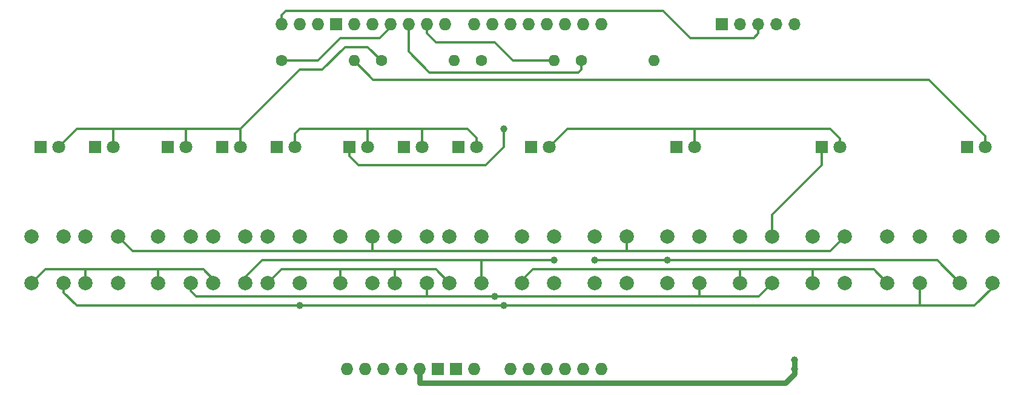
<source format=gbr>
G04 #@! TF.GenerationSoftware,KiCad,Pcbnew,8.0.0*
G04 #@! TF.CreationDate,2025-06-12T16:20:57-04:00*
G04 #@! TF.ProjectId,Kenbak_UNO_03,4b656e62-616b-45f5-954e-4f5f30332e6b,rev?*
G04 #@! TF.SameCoordinates,Original*
G04 #@! TF.FileFunction,Copper,L2,Bot*
G04 #@! TF.FilePolarity,Positive*
%FSLAX46Y46*%
G04 Gerber Fmt 4.6, Leading zero omitted, Abs format (unit mm)*
G04 Created by KiCad (PCBNEW 8.0.0) date 2025-06-12 16:20:57*
%MOMM*%
%LPD*%
G01*
G04 APERTURE LIST*
G04 #@! TA.AperFunction,ComponentPad*
%ADD10C,2.000000*%
G04 #@! TD*
G04 #@! TA.AperFunction,ComponentPad*
%ADD11R,1.800000X1.800000*%
G04 #@! TD*
G04 #@! TA.AperFunction,ComponentPad*
%ADD12C,1.800000*%
G04 #@! TD*
G04 #@! TA.AperFunction,ComponentPad*
%ADD13C,1.600000*%
G04 #@! TD*
G04 #@! TA.AperFunction,ComponentPad*
%ADD14O,1.600000X1.600000*%
G04 #@! TD*
G04 #@! TA.AperFunction,ComponentPad*
%ADD15O,1.727200X1.727200*%
G04 #@! TD*
G04 #@! TA.AperFunction,ComponentPad*
%ADD16R,1.727200X1.727200*%
G04 #@! TD*
G04 #@! TA.AperFunction,ComponentPad*
%ADD17R,1.700000X1.700000*%
G04 #@! TD*
G04 #@! TA.AperFunction,ComponentPad*
%ADD18O,1.700000X1.700000*%
G04 #@! TD*
G04 #@! TA.AperFunction,ViaPad*
%ADD19C,1.000000*%
G04 #@! TD*
G04 #@! TA.AperFunction,Conductor*
%ADD20C,0.380000*%
G04 #@! TD*
G04 #@! TA.AperFunction,Conductor*
%ADD21C,0.762000*%
G04 #@! TD*
G04 APERTURE END LIST*
D10*
X216118000Y-76634200D03*
X216118000Y-83134200D03*
X211618000Y-76634200D03*
X211618000Y-83134200D03*
X147248000Y-76634200D03*
X147248000Y-83134200D03*
X142748000Y-76634200D03*
X142748000Y-83134200D03*
D11*
X144013000Y-64084200D03*
D12*
X146553000Y-64084200D03*
D10*
X154868000Y-76634200D03*
X154868000Y-83134200D03*
X150368000Y-76634200D03*
X150368000Y-83134200D03*
D11*
X126233000Y-64084200D03*
D12*
X128773000Y-64084200D03*
D13*
X140843000Y-52019200D03*
D14*
X151003000Y-52019200D03*
D15*
X136017000Y-95199200D03*
X143637000Y-95199200D03*
X146177000Y-95199200D03*
X158877000Y-95199200D03*
X161417000Y-95199200D03*
X163957000Y-95199200D03*
X166497000Y-95199200D03*
X169037000Y-95199200D03*
X171577000Y-95199200D03*
X131953000Y-46939200D03*
X171577000Y-46939200D03*
X169037000Y-46939200D03*
X166497000Y-46939200D03*
X163957000Y-46939200D03*
X161417000Y-46939200D03*
X158877000Y-46939200D03*
X156337000Y-46939200D03*
X153797000Y-46939200D03*
X149733000Y-46939200D03*
X147193000Y-46939200D03*
X144653000Y-46939200D03*
X142113000Y-46939200D03*
X139573000Y-46939200D03*
X137033000Y-46939200D03*
D16*
X134493000Y-46939200D03*
X148717000Y-95199200D03*
X151257000Y-95199200D03*
D15*
X138557000Y-95199200D03*
X141097000Y-95199200D03*
X126873000Y-46939200D03*
X129413000Y-46939200D03*
X153797000Y-95199200D03*
D10*
X160528000Y-83134200D03*
X160528000Y-76634200D03*
X165028000Y-83134200D03*
X165028000Y-76634200D03*
D11*
X202433000Y-64084200D03*
D12*
X204973000Y-64084200D03*
D10*
X205668000Y-76634200D03*
X205668000Y-83134200D03*
X201168000Y-76634200D03*
X201168000Y-83134200D03*
X129468000Y-76634200D03*
X129468000Y-83134200D03*
X124968000Y-76634200D03*
X124968000Y-83134200D03*
D13*
X168783000Y-52019200D03*
D14*
X178943000Y-52019200D03*
D11*
X222753000Y-64084200D03*
D12*
X225293000Y-64084200D03*
D11*
X93213000Y-64084200D03*
D12*
X95753000Y-64084200D03*
D10*
X121848000Y-76634200D03*
X121848000Y-83134200D03*
X117348000Y-76634200D03*
X117348000Y-83134200D03*
X226278000Y-76634200D03*
X226278000Y-83134200D03*
X221778000Y-76634200D03*
X221778000Y-83134200D03*
X114173000Y-76634200D03*
X114173000Y-83134200D03*
X109673000Y-76634200D03*
X109673000Y-83134200D03*
X104013000Y-76634200D03*
X104013000Y-83134200D03*
X99513000Y-76634200D03*
X99513000Y-83134200D03*
X139628000Y-76634200D03*
X139628000Y-83134200D03*
X135128000Y-76634200D03*
X135128000Y-83134200D03*
D11*
X182118000Y-64084200D03*
D12*
X184658000Y-64084200D03*
D11*
X136398000Y-64084200D03*
D12*
X138938000Y-64084200D03*
D11*
X118613000Y-64084200D03*
D12*
X121153000Y-64084200D03*
D11*
X100833000Y-64084200D03*
D12*
X103373000Y-64084200D03*
D13*
X126873000Y-52019200D03*
D14*
X137033000Y-52019200D03*
D10*
X185348000Y-76634200D03*
X185348000Y-83134200D03*
X180848000Y-76634200D03*
X180848000Y-83134200D03*
X96448000Y-76634200D03*
X96448000Y-83134200D03*
X91948000Y-76634200D03*
X91948000Y-83134200D03*
D11*
X151633000Y-64084200D03*
D12*
X154173000Y-64084200D03*
D10*
X195508000Y-76634200D03*
X195508000Y-83134200D03*
X191008000Y-76634200D03*
X191008000Y-83134200D03*
X170688000Y-83134200D03*
X170688000Y-76634200D03*
X175188000Y-83134200D03*
X175188000Y-76634200D03*
D11*
X161793000Y-64084200D03*
D12*
X164333000Y-64084200D03*
D17*
X188468000Y-46939200D03*
D18*
X191008000Y-46939200D03*
X193548000Y-46939200D03*
X196088000Y-46939200D03*
X198628000Y-46939200D03*
D13*
X154813000Y-52019200D03*
D14*
X164973000Y-52019200D03*
D11*
X110998000Y-64084200D03*
D12*
X113538000Y-64084200D03*
D19*
X198628000Y-93929200D03*
X198628000Y-95199200D03*
X129413000Y-86309200D03*
X157988000Y-86309200D03*
X157988000Y-61544200D03*
X156718000Y-85039200D03*
X170688000Y-79959200D03*
X180848000Y-79959200D03*
X164973000Y-79959200D03*
D20*
X127508000Y-45034200D02*
X126873000Y-45669200D01*
X193548000Y-48209200D02*
X192913000Y-48844200D01*
X180213000Y-45034200D02*
X127508000Y-45034200D01*
X193548000Y-46939200D02*
X193548000Y-48209200D01*
X184023000Y-48844200D02*
X180213000Y-45034200D01*
X192913000Y-48844200D02*
X184023000Y-48844200D01*
X126873000Y-45669200D02*
X126873000Y-46939200D01*
D21*
X198628000Y-95199200D02*
X198628000Y-93929200D01*
X197358000Y-97104200D02*
X198628000Y-95834200D01*
X146177000Y-95199200D02*
X146177000Y-97104200D01*
X198628000Y-95834200D02*
X198628000Y-95199200D01*
X146177000Y-97104200D02*
X197358000Y-97104200D01*
D20*
X138938000Y-50114200D02*
X135763000Y-50114200D01*
X103378000Y-61544200D02*
X113538000Y-61544200D01*
X121153000Y-61549200D02*
X121158000Y-61544200D01*
X98293000Y-61544200D02*
X103378000Y-61544200D01*
X103373000Y-64084200D02*
X103373000Y-61549200D01*
X121158000Y-61544200D02*
X126873000Y-55829200D01*
X129413000Y-53289200D02*
X126873000Y-55829200D01*
X135763000Y-50114200D02*
X132588000Y-53289200D01*
X113538000Y-64084200D02*
X113538000Y-61544200D01*
X132588000Y-53289200D02*
X129413000Y-53289200D01*
X95753000Y-64084200D02*
X98293000Y-61544200D01*
X103373000Y-61549200D02*
X103378000Y-61544200D01*
X113538000Y-61544200D02*
X121158000Y-61544200D01*
X121153000Y-64084200D02*
X121153000Y-61549200D01*
X140843000Y-52019200D02*
X138938000Y-50114200D01*
X96448000Y-83134200D02*
X96448000Y-84459200D01*
X226278000Y-83805200D02*
X223774000Y-86309200D01*
X98298000Y-86309200D02*
X157988000Y-86309200D01*
X157988000Y-86309200D02*
X223647000Y-86309200D01*
X223774000Y-86309200D02*
X223647000Y-86309200D01*
X96448000Y-84459200D02*
X98298000Y-86309200D01*
X226278000Y-83134200D02*
X226278000Y-83805200D01*
X93213000Y-64084200D02*
X93213000Y-63451700D01*
X216118000Y-83134200D02*
X216118000Y-86273200D01*
X106045000Y-78666200D02*
X106045000Y-78689200D01*
X136398000Y-64084200D02*
X136398000Y-65354200D01*
X139628000Y-76634200D02*
X139628000Y-78634200D01*
X106045000Y-78689200D02*
X175133000Y-78689200D01*
X104013000Y-76634200D02*
X106045000Y-78666200D01*
X139628000Y-78634200D02*
X139573000Y-78689200D01*
X175188000Y-76634200D02*
X175188000Y-78634200D01*
X137668000Y-66624200D02*
X155448000Y-66624200D01*
X175133000Y-78689200D02*
X203613000Y-78689200D01*
X175188000Y-78634200D02*
X175133000Y-78689200D01*
X157988000Y-64084200D02*
X157988000Y-61544200D01*
X203613000Y-78689200D02*
X205668000Y-76634200D01*
X155448000Y-66624200D02*
X157988000Y-64084200D01*
X136398000Y-65354200D02*
X137668000Y-66624200D01*
X147193000Y-85039200D02*
X156718000Y-85039200D01*
X110998000Y-64084200D02*
X110998000Y-63449200D01*
X195508000Y-76634200D02*
X195508000Y-73554200D01*
X185348000Y-83134200D02*
X185348000Y-84984200D01*
X202438000Y-66624200D02*
X202438000Y-65989200D01*
X156718000Y-85039200D02*
X164973000Y-85039200D01*
X195508000Y-73554200D02*
X202438000Y-66624200D01*
X202438000Y-65989200D02*
X202433000Y-65984200D01*
X164973000Y-85039200D02*
X185293000Y-85039200D01*
X193603000Y-85039200D02*
X193294000Y-85039200D01*
X110998000Y-64719200D02*
X110998000Y-64084200D01*
X147248000Y-83134200D02*
X147248000Y-84984200D01*
X114173000Y-83134200D02*
X114173000Y-84277200D01*
X147248000Y-84984200D02*
X147193000Y-85039200D01*
X114173000Y-84277200D02*
X114935000Y-85039200D01*
X185348000Y-84984200D02*
X185293000Y-85039200D01*
X195508000Y-83134200D02*
X193603000Y-85039200D01*
X202433000Y-65984200D02*
X202433000Y-64084200D01*
X193294000Y-85039200D02*
X185293000Y-85039200D01*
X114935000Y-85039200D02*
X147193000Y-85039200D01*
X138938000Y-61544200D02*
X146558000Y-61544200D01*
X129413000Y-61544200D02*
X138938000Y-61544200D01*
X138938000Y-64084200D02*
X138938000Y-61544200D01*
X146553000Y-61549200D02*
X146558000Y-61544200D01*
X154178000Y-62814200D02*
X152908000Y-61544200D01*
X146553000Y-64084200D02*
X146553000Y-61549200D01*
X154173000Y-62819200D02*
X154178000Y-62814200D01*
X128773000Y-62184200D02*
X129413000Y-61544200D01*
X128773000Y-64084200D02*
X128773000Y-62184200D01*
X146558000Y-61544200D02*
X152908000Y-61544200D01*
X154173000Y-64084200D02*
X154173000Y-62819200D01*
X203581000Y-61544200D02*
X203454000Y-61544200D01*
X184658000Y-64084200D02*
X184658000Y-61544200D01*
X184658000Y-61544200D02*
X203454000Y-61544200D01*
X164333000Y-64084200D02*
X166873000Y-61544200D01*
X204973000Y-64084200D02*
X204973000Y-62936200D01*
X204973000Y-62936200D02*
X203581000Y-61544200D01*
X166873000Y-61544200D02*
X167005000Y-61544200D01*
X167005000Y-61544200D02*
X184658000Y-61544200D01*
X137033000Y-52019200D02*
X139700000Y-54686200D01*
X217424000Y-54686200D02*
X225293000Y-62555200D01*
X139700000Y-54686200D02*
X217424000Y-54686200D01*
X225293000Y-62555200D02*
X225293000Y-64084200D01*
X126873000Y-52019200D02*
X131953000Y-52019200D01*
X135128000Y-48844200D02*
X140589000Y-48844200D01*
X142113000Y-47320200D02*
X142113000Y-46939200D01*
X140589000Y-48844200D02*
X142113000Y-47320200D01*
X131953000Y-52019200D02*
X135128000Y-48844200D01*
X156718000Y-49479200D02*
X148463000Y-49479200D01*
X159258000Y-52019200D02*
X156718000Y-49479200D01*
X164973000Y-52019200D02*
X159258000Y-52019200D01*
X147193000Y-48209200D02*
X147193000Y-46939200D01*
X148463000Y-49479200D02*
X147193000Y-48209200D01*
X168783000Y-53289200D02*
X168783000Y-52019200D01*
X144653000Y-46939200D02*
X144653000Y-50749200D01*
X147574000Y-53670200D02*
X168402000Y-53670200D01*
X144653000Y-50749200D02*
X147574000Y-53670200D01*
X168402000Y-53670200D02*
X168783000Y-53289200D01*
X99513000Y-83134200D02*
X99513000Y-81284200D01*
X93853000Y-81229200D02*
X115951000Y-81229200D01*
X117348000Y-82626200D02*
X115951000Y-81229200D01*
X109673000Y-83134200D02*
X109673000Y-81284200D01*
X117348000Y-83134200D02*
X117348000Y-82626200D01*
X109673000Y-81284200D02*
X109728000Y-81229200D01*
X91948000Y-83134200D02*
X93853000Y-81229200D01*
X124968000Y-83134200D02*
X126873000Y-81229200D01*
X135128000Y-83134200D02*
X135128000Y-81229200D01*
X142748000Y-83134200D02*
X142748000Y-81229200D01*
X126873000Y-81229200D02*
X127127000Y-81229200D01*
X148463000Y-81229200D02*
X148336000Y-81229200D01*
X127127000Y-81229200D02*
X148336000Y-81229200D01*
X150368000Y-83134200D02*
X148463000Y-81229200D01*
X209713000Y-81229200D02*
X209677000Y-81229200D01*
X160528000Y-83134200D02*
X160528000Y-82753200D01*
X209677000Y-81229200D02*
X162052000Y-81229200D01*
X191008000Y-83134200D02*
X191008000Y-81229200D01*
X201168000Y-83134200D02*
X201168000Y-81229200D01*
X160528000Y-82753200D02*
X162052000Y-81229200D01*
X211618000Y-83134200D02*
X209713000Y-81229200D01*
X170688000Y-79959200D02*
X180848000Y-79959200D01*
X218603000Y-79959200D02*
X217932000Y-79959200D01*
X217932000Y-79959200D02*
X180848000Y-79959200D01*
X221778000Y-83134200D02*
X218603000Y-79959200D01*
X154868000Y-80031200D02*
X154940000Y-79959200D01*
X121848000Y-82317200D02*
X124206000Y-79959200D01*
X124333000Y-79959200D02*
X154940000Y-79959200D01*
X121848000Y-83134200D02*
X121848000Y-82317200D01*
X124206000Y-79959200D02*
X124333000Y-79959200D01*
X154940000Y-79959200D02*
X164973000Y-79959200D01*
X154868000Y-83134200D02*
X154868000Y-80031200D01*
M02*

</source>
